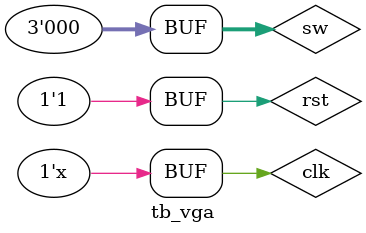
<source format=v>
`timescale 1ns / 1ps


module tb_vga();

reg clk;
reg rst;
reg [2:0] sw;

wire [3:0] pix_r, pix_g, pix_b;
wire hsync, vsync;

//initial
initial begin
    #1
    clk = 0;
    rst = 0;
    sw = 3'b000;
    #10
    rst = 1;
end

//always
always begin
    #1 clk = ~clk;
end 

game_top game_top_inst(
    .clk(clk),
    .rst(rst),
    .sw(sw),
    .pix_r(pix_r),
    .pix_g(pix_g),
    .pix_b(pix_b),
    .hsync(hsync),
    .vsync(vsync)
); 
endmodule

</source>
